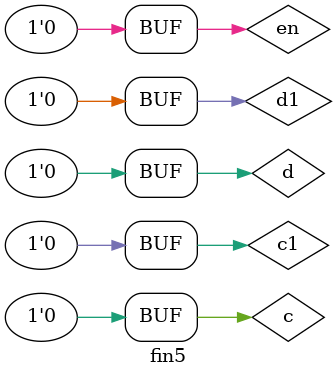
<source format=v>
`timescale 1ns / 1ps


module fin5;

	// Inputs
	reg c;
	reg d;
	reg d1;
	reg c1;
	reg en;

	// Outputs
	wire D0;
	wire D1;
	wire D2;
	wire D3;
	wire D4;
	wire D5;
	wire D6;
	wire D7;
	wire D8;
	wire D9;
	wire D10;
	wire D11;
	wire D12;
	wire D13;
	wire D14;
	wire D15;

	// Instantiate the Unit Under Test (UUT)
	decoder4X16 uut (
		.c(c), 
		.d(d), 
		.d1(d1), 
		.c1(c1), 
		.en(en), 
		.D0(D0), 
		.D1(D1), 
		.D2(D2), 
		.D3(D3), 
		.D4(D4), 
		.D5(D5), 
		.D6(D6), 
		.D7(D7), 
		.D8(D8), 
		.D9(D9), 
		.D10(D10), 
		.D11(D11), 
		.D12(D12), 
		.D13(D13), 
		.D14(D14), 
		.D15(D15)
	);

	initial begin
		// Initialize Inputs
		c = 0;
		d = 0;
		d1 = 0;
		c1 = 0;
		en = 0;

		// Wait 100 ns for global reset to finish
		#100;
        
		// Add stimulus here

	end
      
endmodule


</source>
